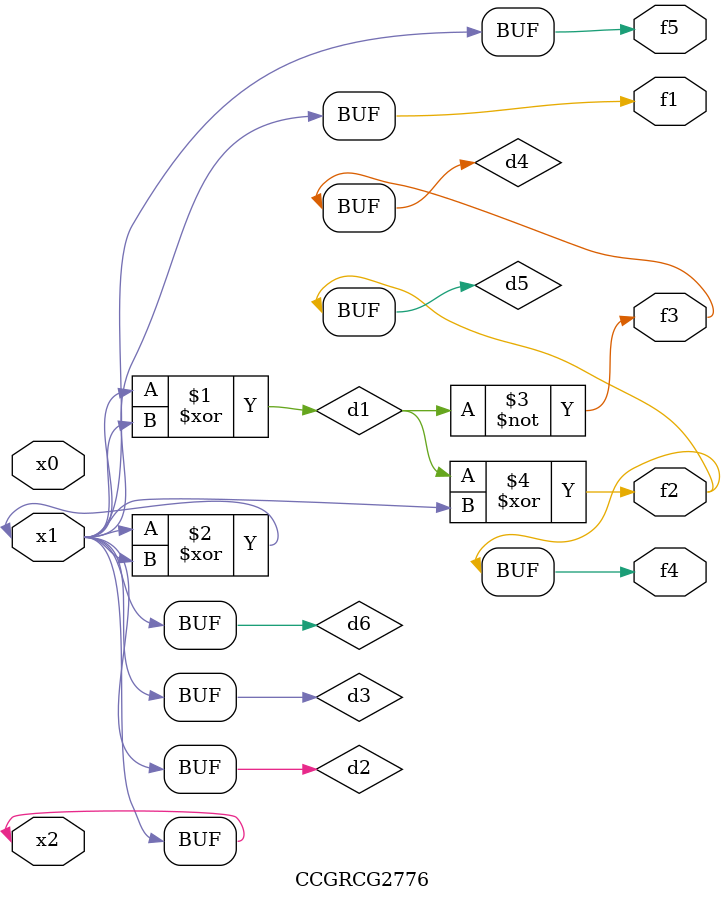
<source format=v>
module CCGRCG2776(
	input x0, x1, x2,
	output f1, f2, f3, f4, f5
);

	wire d1, d2, d3, d4, d5, d6;

	xor (d1, x1, x2);
	buf (d2, x1, x2);
	xor (d3, x1, x2);
	nor (d4, d1);
	xor (d5, d1, d2);
	buf (d6, d2, d3);
	assign f1 = d6;
	assign f2 = d5;
	assign f3 = d4;
	assign f4 = d5;
	assign f5 = d6;
endmodule

</source>
